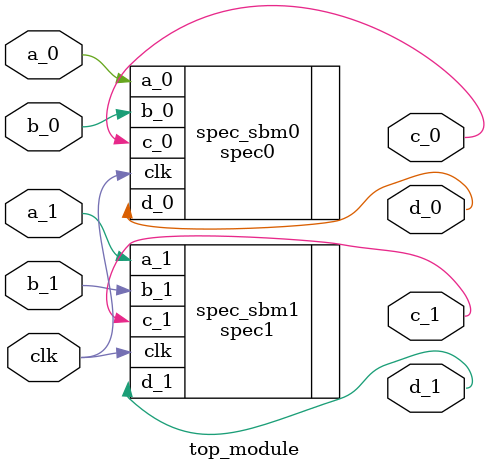
<source format=v>
module top_module(clk,a_0,b_0,a_1,b_1,c_0,d_0,c_1,d_1);
input clk,a_0,b_0,a_1,b_1;
output c_0,d_0,c_1,d_1;
spec0 spec_sbm0(.clk(clk), .a_0(a_0), .b_0(b_0), .c_0(c_0), .d_0(d_0));
spec1 spec_sbm1(.clk(clk), .a_1(a_1), .b_1(b_1), .c_1(c_1), .d_1(d_1));
endmodule

</source>
